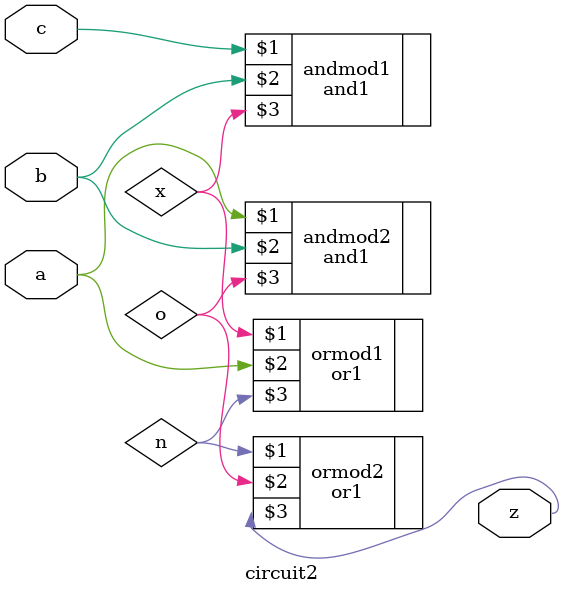
<source format=v>
module circuit2(a,b,c,z);
    input a,b,c;
    output z;
    wire x;
    wire o;
    wire n;

and1 andmod1(c,b,x);
or1 ormod1(x,a,n);
and1 andmod2(a,b,o);
or1 ormod2(n,o,z);
endmodule

</source>
